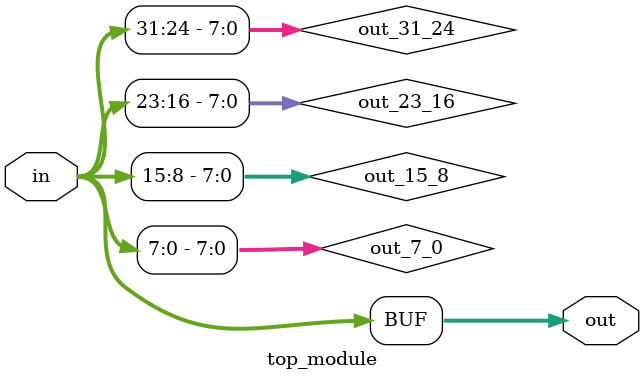
<source format=sv>
module top_module (
	input [31:0] in,
	output [31:0] out
);

	// Declare intermediate wire variables
	wire [7:0] out_7_0;
	wire [15:8] out_15_8;
	wire [23:16] out_23_16;
	wire [31:24] out_31_24;

	// Assign output bits
	assign out_7_0 = in[7:0];
	assign out_15_8 = in[15:8];
	assign out_23_16 = in[23:16];
	assign out_31_24 = in[31:24];

	// Assign output
	assign out = {out_31_24, out_23_16, out_15_8, out_7_0};

endmodule

</source>
